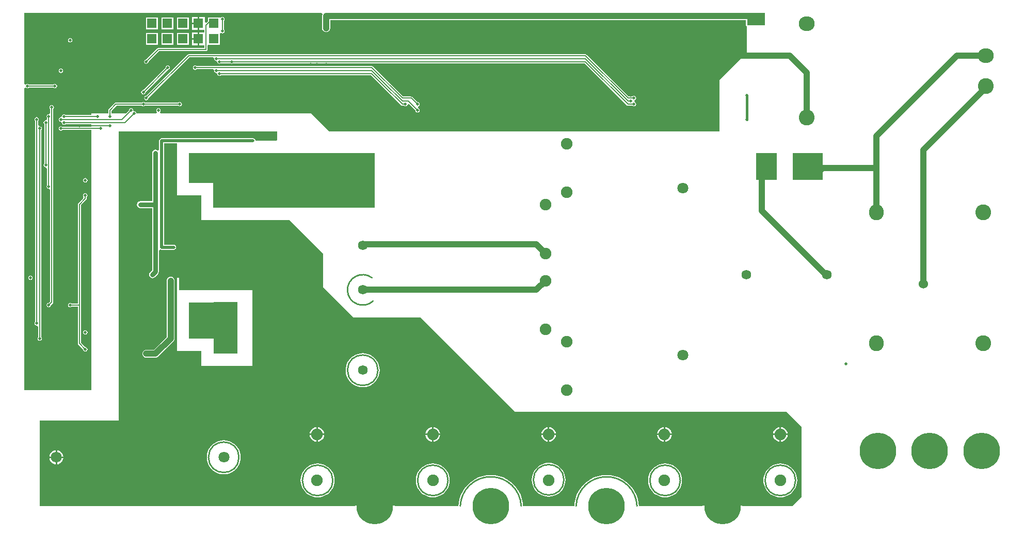
<source format=gbl>
G04*
G04 #@! TF.GenerationSoftware,Altium Limited,Altium Designer,18.1.7 (191)*
G04*
G04 Layer_Physical_Order=4*
G04 Layer_Color=16711680*
%FSLAX44Y44*%
%MOMM*%
G71*
G01*
G75*
%ADD11C,0.2000*%
%ADD13C,0.2540*%
%ADD80C,0.4000*%
%ADD81C,0.5000*%
%ADD82C,1.0000*%
%ADD83C,0.8000*%
%ADD108C,6.0000*%
%ADD109C,1.9000*%
%ADD110R,1.6000X1.6000*%
%ADD111C,1.5240*%
%ADD112C,1.8000*%
%ADD113C,1.5900*%
%ADD114O,2.6000X2.4000*%
%ADD115C,2.6000*%
%ADD116O,2.4000X2.6000*%
%ADD117C,0.5080*%
%ADD118R,8.0000X6.5000*%
%ADD119R,9.5000X16.0000*%
%ADD120R,11.4000X21.8000*%
%ADD121R,17.1000X11.5000*%
%ADD122R,3.5000X4.5000*%
%ADD123R,3.0000X2.0000*%
%ADD124R,5.0000X4.5000*%
%ADD125R,5.0000X9.0000*%
%ADD126R,8.0000X5.0000*%
%ADD127R,4.0000X8.5000*%
%ADD128R,8.0000X6.0000*%
G36*
X987961Y919525D02*
X988983Y917460D01*
X988667Y916697D01*
X988444Y915000D01*
Y895000D01*
X988667Y893303D01*
X989322Y891722D01*
X990364Y890364D01*
X991722Y889322D01*
X993303Y888667D01*
X995000Y888444D01*
X996697Y888667D01*
X998278Y889322D01*
X999636Y890364D01*
X1000678Y891722D01*
X1001333Y893303D01*
X1001556Y895000D01*
Y908444D01*
X1683376D01*
Y900000D01*
X1683852Y898852D01*
X1685000Y898376D01*
X1685000Y855000D01*
X1640000Y810000D01*
X1640000Y724999D01*
X1200000Y725000D01*
X999843Y725000D01*
X969842Y755000D01*
X723461Y755000D01*
X722722Y756991D01*
X722614Y757540D01*
X723335Y758619D01*
X723609Y760000D01*
X723335Y761381D01*
X722552Y762552D01*
X721381Y763335D01*
X720000Y763609D01*
X718619Y763335D01*
X717448Y762552D01*
X716665Y761381D01*
X716391Y760000D01*
X716665Y758619D01*
X717386Y757540D01*
X717278Y756991D01*
X716539Y755000D01*
X683609D01*
X683335Y756381D01*
X682552Y757552D01*
X681381Y758335D01*
X680000Y758609D01*
X678609Y760000D01*
X678335Y761381D01*
X677552Y762552D01*
X676381Y763335D01*
X675000Y763609D01*
X673619Y763335D01*
X672448Y762552D01*
X671665Y761381D01*
X671391Y760000D01*
X671391Y759996D01*
X666395Y755000D01*
X642549D01*
Y758944D01*
X651056Y767451D01*
X692446D01*
X692448Y767448D01*
X693619Y766665D01*
X695000Y766391D01*
X696381Y766665D01*
X697552Y767448D01*
X697554Y767451D01*
X752446D01*
X752448Y767448D01*
X753619Y766665D01*
X755000Y766391D01*
X756381Y766665D01*
X757552Y767448D01*
X758335Y768619D01*
X758609Y770000D01*
X758335Y771381D01*
X757552Y772552D01*
X756381Y773335D01*
X755000Y773609D01*
X753619Y773335D01*
X752448Y772552D01*
X752446Y772549D01*
X697554D01*
X697552Y772552D01*
X696381Y773335D01*
X695000Y773609D01*
X693619Y773335D01*
X692448Y772552D01*
X692446Y772549D01*
X650000D01*
X649025Y772355D01*
X648198Y771802D01*
X638198Y761802D01*
X637645Y760975D01*
X637451Y760000D01*
Y755000D01*
X610000D01*
Y752549D01*
X567554D01*
X567552Y752552D01*
X566381Y753335D01*
X565000Y753609D01*
X563619Y753335D01*
X562448Y752552D01*
X561665Y751381D01*
X561391Y750000D01*
X560000Y748609D01*
X558619Y748335D01*
X557448Y747552D01*
X556665Y746381D01*
X556391Y745000D01*
X556665Y743619D01*
X557448Y742448D01*
X558619Y741665D01*
X560000Y741391D01*
X561391Y740000D01*
X561665Y738619D01*
X562448Y737448D01*
X563619Y736665D01*
X565000Y736391D01*
X566381Y736665D01*
X567552Y737448D01*
X567554Y737451D01*
X610000D01*
Y732549D01*
X562554D01*
X562552Y732552D01*
X561381Y733335D01*
X560000Y733609D01*
X558619Y733335D01*
X557448Y732552D01*
X556665Y731381D01*
X556391Y730000D01*
X556665Y728619D01*
X557448Y727448D01*
X558619Y726665D01*
X560000Y726391D01*
X561381Y726665D01*
X562552Y727448D01*
X562554Y727451D01*
X610000D01*
X610000Y300000D01*
X500000Y300000D01*
X500000Y796540D01*
X501992Y797279D01*
X502540Y797386D01*
X503619Y796665D01*
X505000Y796391D01*
X506381Y796665D01*
X507552Y797448D01*
X507554Y797451D01*
X547446D01*
X547448Y797448D01*
X548619Y796665D01*
X550000Y796391D01*
X551381Y796665D01*
X552552Y797448D01*
X553335Y798619D01*
X553609Y800000D01*
X553335Y801381D01*
X552552Y802552D01*
X551381Y803335D01*
X550000Y803609D01*
X548619Y803335D01*
X547448Y802552D01*
X547446Y802549D01*
X507554D01*
X507552Y802552D01*
X506381Y803335D01*
X505000Y803609D01*
X503619Y803335D01*
X502540Y802614D01*
X501992Y802721D01*
X500000Y803460D01*
X500000Y920000D01*
X987442Y920000D01*
X987961Y919525D01*
D02*
G37*
G36*
X915000Y725000D02*
X915000Y711796D01*
X913204Y710000D01*
X879078D01*
X879078Y710000D01*
X878768Y711561D01*
X877884Y712884D01*
X876561Y713768D01*
X875000Y714078D01*
X725000D01*
X723439Y713768D01*
X722116Y712884D01*
X721232Y711561D01*
X720922Y710000D01*
Y695480D01*
X720397Y695074D01*
X718382Y694355D01*
X717146Y695181D01*
X715000Y695608D01*
X712854Y695181D01*
X711035Y693965D01*
X709819Y692146D01*
X709392Y690000D01*
Y685000D01*
Y610608D01*
X690000D01*
X687854Y610181D01*
X686035Y608965D01*
X684819Y607146D01*
X684392Y605000D01*
X684819Y602854D01*
X686035Y601035D01*
X687854Y599819D01*
X690000Y599392D01*
X709392D01*
Y497323D01*
X706035Y493965D01*
X704819Y492146D01*
X704392Y490000D01*
X704819Y487854D01*
X706035Y486035D01*
X707854Y484819D01*
X710000Y484392D01*
X712146Y484819D01*
X713965Y486035D01*
X718965Y491035D01*
X720181Y492854D01*
X720608Y495000D01*
Y530150D01*
X723148Y531427D01*
X723439Y531232D01*
X725000Y530922D01*
X745000D01*
X746561Y531232D01*
X747884Y532116D01*
X748768Y533439D01*
X749078Y535000D01*
X748768Y536561D01*
X747884Y537884D01*
X746561Y538768D01*
X745000Y539078D01*
X729078D01*
Y705922D01*
X750000D01*
Y620000D01*
X790000Y620000D01*
X790000Y485000D01*
X750000Y485000D01*
X750000Y365000D01*
X790000Y365000D01*
Y340000D01*
X875000Y340000D01*
Y580000D01*
X935000D01*
X990000Y525000D01*
Y470000D01*
X1040000Y420000D01*
X1150000D01*
X1230000Y340000D01*
X1230000D01*
X1305000Y265000D01*
X1750000Y265000D01*
X1775000Y240000D01*
X1775000Y125000D01*
X1760000Y110000D01*
X1677601D01*
X1677199Y115100D01*
X1676005Y120074D01*
X1674047Y124800D01*
X1671374Y129162D01*
X1668052Y133052D01*
X1664162Y136374D01*
X1659800Y139047D01*
X1655074Y141005D01*
X1650100Y142199D01*
X1646270Y142501D01*
Y110000D01*
X1643730D01*
Y142501D01*
X1639900Y142199D01*
X1634926Y141005D01*
X1630200Y139047D01*
X1625838Y136374D01*
X1621948Y133052D01*
X1618626Y129162D01*
X1615953Y124800D01*
X1613995Y120074D01*
X1612801Y115100D01*
X1612399Y110000D01*
X1507784D01*
X1507762Y110111D01*
X1507745Y110110D01*
X1507431Y114903D01*
X1506081Y121687D01*
X1503858Y128237D01*
X1500798Y134442D01*
X1496955Y140193D01*
X1492394Y145394D01*
X1487193Y149955D01*
X1481442Y153798D01*
X1475237Y156858D01*
X1468687Y159081D01*
X1461903Y160431D01*
X1455000Y160883D01*
X1448097Y160431D01*
X1441313Y159081D01*
X1434763Y156858D01*
X1428558Y153798D01*
X1422807Y149955D01*
X1417606Y145394D01*
X1413045Y140193D01*
X1409202Y134442D01*
X1406142Y128237D01*
X1403919Y121687D01*
X1402569Y114903D01*
X1402255Y110110D01*
X1402238Y110111D01*
X1402216Y110000D01*
X1317784D01*
X1317762Y110111D01*
X1317745Y110110D01*
X1317431Y114903D01*
X1316081Y121687D01*
X1313858Y128237D01*
X1310798Y134442D01*
X1306955Y140193D01*
X1302394Y145394D01*
X1297193Y149955D01*
X1291442Y153798D01*
X1285237Y156858D01*
X1278687Y159081D01*
X1271903Y160431D01*
X1265000Y160883D01*
X1258097Y160431D01*
X1251313Y159081D01*
X1244762Y156858D01*
X1238558Y153798D01*
X1232807Y149955D01*
X1227606Y145394D01*
X1223045Y140193D01*
X1219202Y134442D01*
X1216142Y128237D01*
X1213919Y121687D01*
X1212569Y114903D01*
X1212255Y110110D01*
X1212238Y110111D01*
X1212216Y110000D01*
X1107600D01*
X1107199Y115100D01*
X1106005Y120074D01*
X1104047Y124800D01*
X1101374Y129162D01*
X1098052Y133052D01*
X1094162Y136374D01*
X1089800Y139047D01*
X1085074Y141005D01*
X1080100Y142199D01*
X1076270Y142501D01*
Y110000D01*
X1073730D01*
Y142501D01*
X1069900Y142199D01*
X1064926Y141005D01*
X1060200Y139047D01*
X1055838Y136374D01*
X1051948Y133052D01*
X1048626Y129162D01*
X1045953Y124800D01*
X1043995Y120074D01*
X1042801Y115100D01*
X1042400Y110000D01*
X525000D01*
X525000Y250000D01*
X745000Y250000D01*
Y290000D01*
X655000Y290000D01*
X655000Y725000D01*
X915000Y725000D01*
D02*
G37*
G36*
X1075000Y690000D02*
X1075000Y600000D01*
X810000Y600000D01*
Y690000D01*
X1075000Y690000D01*
D02*
G37*
%LPC*%
G36*
X825000Y913609D02*
X823619Y913335D01*
X822641Y912681D01*
X820791Y912301D01*
X820125Y912200D01*
X819390Y912200D01*
X809207D01*
X808975Y912355D01*
X808000Y912549D01*
X807025Y912355D01*
X806793Y912200D01*
X801300D01*
Y906905D01*
X798440Y904045D01*
X795900Y905097D01*
Y913200D01*
X786670D01*
Y902700D01*
Y892200D01*
X795451D01*
Y887800D01*
X786670D01*
Y877300D01*
Y866800D01*
X795451D01*
Y862549D01*
X720000D01*
X719025Y862355D01*
X718198Y861802D01*
X700004Y843609D01*
X700000Y843609D01*
X698619Y843335D01*
X697448Y842552D01*
X696665Y841381D01*
X696391Y840000D01*
X696665Y838619D01*
X697448Y837448D01*
X698619Y836665D01*
X700000Y836391D01*
X701381Y836665D01*
X702552Y837448D01*
X703335Y838619D01*
X703609Y840000D01*
X703609Y840004D01*
X721056Y857451D01*
X798000D01*
X798975Y857645D01*
X799802Y858198D01*
X800355Y859025D01*
X800549Y860000D01*
Y865571D01*
X801300Y867800D01*
X803089Y867800D01*
X820300D01*
Y884459D01*
X820300Y885585D01*
X820402Y885969D01*
X822681Y887165D01*
X823088Y887020D01*
X823339Y886852D01*
X823619Y886665D01*
X825000Y886391D01*
X826381Y886665D01*
X827552Y887448D01*
X828335Y888619D01*
X828609Y890000D01*
X828335Y891381D01*
X827552Y892552D01*
X827549Y892554D01*
Y907446D01*
X827552Y907448D01*
X828335Y908619D01*
X828609Y910000D01*
X828335Y911381D01*
X827552Y912552D01*
X826381Y913335D01*
X825000Y913609D01*
D02*
G37*
G36*
X784130Y913200D02*
X774900D01*
Y903970D01*
X784130D01*
Y913200D01*
D02*
G37*
G36*
X769500Y912200D02*
X750500D01*
Y893200D01*
X769500D01*
Y912200D01*
D02*
G37*
G36*
X744100D02*
X725100D01*
Y893200D01*
X744100D01*
Y912200D01*
D02*
G37*
G36*
X718700D02*
X699700D01*
Y893200D01*
X718700D01*
Y912200D01*
D02*
G37*
G36*
X784130Y901430D02*
X774900D01*
Y892200D01*
X784130D01*
Y901430D01*
D02*
G37*
G36*
Y887800D02*
X774900D01*
Y878570D01*
X784130D01*
Y887800D01*
D02*
G37*
G36*
X575000Y878609D02*
X573619Y878335D01*
X572448Y877552D01*
X571665Y876381D01*
X571391Y875000D01*
X571665Y873619D01*
X572448Y872448D01*
X573619Y871665D01*
X575000Y871391D01*
X576381Y871665D01*
X577552Y872448D01*
X578335Y873619D01*
X578609Y875000D01*
X578335Y876381D01*
X577552Y877552D01*
X576381Y878335D01*
X575000Y878609D01*
D02*
G37*
G36*
X769500Y886800D02*
X750500D01*
Y867800D01*
X769500D01*
Y886800D01*
D02*
G37*
G36*
X744100D02*
X725100D01*
Y867800D01*
X744100D01*
Y886800D01*
D02*
G37*
G36*
X718700D02*
X699700D01*
Y867800D01*
X718700D01*
Y886800D01*
D02*
G37*
G36*
X784130Y876030D02*
X774900D01*
Y866800D01*
X784130D01*
Y876030D01*
D02*
G37*
G36*
X735000Y833609D02*
X733619Y833335D01*
X732448Y832552D01*
X731665Y831381D01*
X731391Y830000D01*
X731391Y829996D01*
X695004Y793609D01*
X695000Y793609D01*
X693619Y793335D01*
X692448Y792552D01*
X691665Y791381D01*
X691391Y790000D01*
X691665Y788619D01*
X692448Y787448D01*
X693619Y786665D01*
X695000Y786391D01*
X696381Y786665D01*
X697552Y787448D01*
X698335Y788619D01*
X698609Y790000D01*
X698609Y790004D01*
X734996Y826391D01*
X735000Y826391D01*
X736381Y826665D01*
X737552Y827448D01*
X738335Y828619D01*
X738609Y830000D01*
X738335Y831381D01*
X737552Y832552D01*
X736381Y833335D01*
X735000Y833609D01*
D02*
G37*
G36*
X560000Y828609D02*
X558619Y828335D01*
X557448Y827552D01*
X556665Y826381D01*
X556391Y825000D01*
X556665Y823619D01*
X557448Y822448D01*
X558619Y821665D01*
X560000Y821391D01*
X561381Y821665D01*
X562552Y822448D01*
X563335Y823619D01*
X563609Y825000D01*
X563335Y826381D01*
X562552Y827552D01*
X561381Y828335D01*
X560000Y828609D01*
D02*
G37*
G36*
X1420000Y852549D02*
X770000D01*
X769025Y852355D01*
X768198Y851802D01*
X700004Y783609D01*
X700000Y783609D01*
X698619Y783335D01*
X697448Y782552D01*
X696665Y781381D01*
X696391Y780000D01*
X696665Y778619D01*
X697448Y777448D01*
X698619Y776665D01*
X700000Y776391D01*
X701381Y776665D01*
X702552Y777448D01*
X703335Y778619D01*
X703609Y780000D01*
X703609Y780004D01*
X771056Y847451D01*
X809558D01*
X811391Y845000D01*
X811665Y843619D01*
X812448Y842448D01*
X813619Y841665D01*
X815000Y841391D01*
X816391Y840000D01*
X816665Y838619D01*
X817448Y837448D01*
X818619Y836665D01*
X820000Y836391D01*
X821381Y836665D01*
X822552Y837448D01*
X822554Y837451D01*
X837446D01*
X837448Y837448D01*
X838619Y836665D01*
X840000Y836391D01*
X841381Y836665D01*
X842552Y837448D01*
X842554Y837451D01*
X1418944D01*
X1488198Y768198D01*
X1488198Y768198D01*
X1489025Y767645D01*
X1490000Y767451D01*
X1497446D01*
X1497448Y767448D01*
X1498619Y766665D01*
X1500000Y766391D01*
X1501381Y766665D01*
X1502552Y767448D01*
X1503335Y768619D01*
X1503609Y770000D01*
X1503335Y771381D01*
X1502552Y772552D01*
X1501381Y773335D01*
X1500670Y775000D01*
X1501381Y776665D01*
X1502552Y777448D01*
X1503335Y778619D01*
X1503609Y780000D01*
X1503335Y781381D01*
X1502552Y782552D01*
X1501381Y783335D01*
X1500000Y783609D01*
X1498619Y783335D01*
X1497448Y782552D01*
X1497446Y782549D01*
X1491056D01*
X1421802Y851802D01*
X1420975Y852355D01*
X1420000Y852549D01*
D02*
G37*
G36*
X780000Y833609D02*
X778619Y833335D01*
X777448Y832552D01*
X776665Y831381D01*
X776391Y830000D01*
X776665Y828619D01*
X777448Y827448D01*
X778619Y826665D01*
X780000Y826391D01*
X781381Y826665D01*
X782552Y827448D01*
X782554Y827451D01*
X809558D01*
X811391Y825000D01*
X811665Y823619D01*
X812448Y822448D01*
X813619Y821665D01*
X815000Y821391D01*
X816391Y820000D01*
X816665Y818619D01*
X817448Y817448D01*
X818619Y816665D01*
X820000Y816391D01*
X821381Y816665D01*
X822552Y817448D01*
X822554Y817451D01*
X1068944Y817451D01*
X1088198Y798198D01*
X1088198Y798197D01*
X1118198Y768198D01*
X1119025Y767645D01*
X1120000Y767451D01*
X1122446D01*
X1122448Y767448D01*
X1123619Y766665D01*
X1125000Y766391D01*
X1126381Y766665D01*
X1127552Y767448D01*
X1128335Y768619D01*
X1128476Y769327D01*
X1130370Y770235D01*
X1131067Y770328D01*
X1141391Y760004D01*
X1141391Y760000D01*
X1141665Y758619D01*
X1142448Y757448D01*
X1143619Y756665D01*
X1145000Y756391D01*
X1146381Y756665D01*
X1147552Y757448D01*
X1148335Y758619D01*
X1148609Y760000D01*
X1148335Y761381D01*
X1147552Y762552D01*
X1146381Y763335D01*
X1146148Y764037D01*
X1146381Y766665D01*
X1147552Y767448D01*
X1148335Y768619D01*
X1148609Y770000D01*
X1148335Y771381D01*
X1147552Y772552D01*
X1146381Y773335D01*
X1145000Y773609D01*
X1144996Y773609D01*
X1136802Y781802D01*
X1135975Y782355D01*
X1135000Y782549D01*
X1121056D01*
X1071802Y831802D01*
X1070975Y832355D01*
X1070000Y832549D01*
X782554D01*
X782552Y832552D01*
X781381Y833335D01*
X780000Y833609D01*
D02*
G37*
G36*
X600000Y648859D02*
X598619Y648585D01*
X597448Y647802D01*
X596665Y646631D01*
X596391Y645250D01*
X596665Y643869D01*
X597448Y642698D01*
X598619Y641915D01*
X600000Y641641D01*
X601381Y641915D01*
X602552Y642698D01*
X603335Y643869D01*
X603609Y645250D01*
X603335Y646631D01*
X602552Y647802D01*
X601381Y648585D01*
X600000Y648859D01*
D02*
G37*
G36*
X510000Y488609D02*
X508619Y488335D01*
X507448Y487552D01*
X506665Y486381D01*
X506391Y485000D01*
X506665Y483619D01*
X507448Y482448D01*
X508619Y481665D01*
X510000Y481391D01*
X511381Y481665D01*
X512552Y482448D01*
X513335Y483619D01*
X513609Y485000D01*
X513335Y486381D01*
X512552Y487552D01*
X511381Y488335D01*
X510000Y488609D01*
D02*
G37*
G36*
X545000Y768609D02*
X543619Y768335D01*
X542448Y767552D01*
X541665Y766381D01*
X541391Y765000D01*
X541665Y763619D01*
X542448Y762448D01*
X542451Y762446D01*
Y755442D01*
X540000Y753609D01*
X538619Y753335D01*
X537448Y752552D01*
X536665Y751381D01*
X536391Y750000D01*
X536665Y748619D01*
X537448Y747448D01*
X537040Y745135D01*
X535000Y743609D01*
X533619Y743335D01*
X532448Y742552D01*
X531665Y741381D01*
X531391Y740000D01*
X531665Y738619D01*
X532448Y737448D01*
X532451Y737446D01*
Y672554D01*
X532448Y672552D01*
X531665Y671381D01*
X531391Y670000D01*
X531665Y668619D01*
X532448Y667448D01*
X533619Y666665D01*
X535000Y666391D01*
X537451Y664558D01*
Y637554D01*
X537448Y637552D01*
X536665Y636381D01*
X536391Y635000D01*
X536665Y633619D01*
X537448Y632448D01*
X538619Y631665D01*
X540000Y631391D01*
X542451Y629558D01*
Y446056D01*
X540004Y443609D01*
X540000Y443609D01*
X538619Y443335D01*
X537448Y442552D01*
X536665Y441381D01*
X536391Y440000D01*
X536665Y438619D01*
X537448Y437448D01*
X538619Y436665D01*
X540000Y436391D01*
X541381Y436665D01*
X542552Y437448D01*
X543335Y438619D01*
X543609Y440000D01*
X543609Y440004D01*
X546802Y443198D01*
X547355Y444025D01*
X547549Y445000D01*
X547549Y445001D01*
Y762446D01*
X547552Y762448D01*
X548335Y763619D01*
X548609Y765000D01*
X548335Y766381D01*
X547552Y767552D01*
X546381Y768335D01*
X545000Y768609D01*
D02*
G37*
G36*
X600000Y623609D02*
X598619Y623335D01*
X597448Y622552D01*
X596665Y621381D01*
X596391Y620000D01*
X596665Y618619D01*
X597448Y617448D01*
X596615Y615219D01*
X588198Y606802D01*
X587645Y605975D01*
X587451Y605000D01*
Y442549D01*
X577554D01*
X577552Y442552D01*
X576381Y443335D01*
X575000Y443609D01*
X573619Y443335D01*
X572448Y442552D01*
X571665Y441381D01*
X571391Y440000D01*
X571665Y438619D01*
X572448Y437448D01*
X573619Y436665D01*
X575000Y436391D01*
X576381Y436665D01*
X577552Y437448D01*
X577554Y437451D01*
X587451D01*
Y377500D01*
X587645Y376525D01*
X588198Y375698D01*
X596391Y367504D01*
X596391Y367500D01*
X596665Y366119D01*
X597448Y364948D01*
X598619Y364165D01*
X600000Y363891D01*
X601381Y364165D01*
X602552Y364948D01*
X603335Y366119D01*
X603609Y367500D01*
X603335Y368881D01*
X602552Y370052D01*
X601381Y370835D01*
X600000Y371109D01*
X599996Y371109D01*
X592549Y378556D01*
Y440000D01*
Y603944D01*
X601802Y613198D01*
X602355Y614025D01*
X602549Y615000D01*
Y617446D01*
X602552Y617448D01*
X603335Y618619D01*
X603609Y620000D01*
X603335Y621381D01*
X602552Y622552D01*
X601381Y623335D01*
X600000Y623609D01*
D02*
G37*
G36*
Y398859D02*
X598619Y398585D01*
X597448Y397802D01*
X596665Y396631D01*
X596391Y395250D01*
X596665Y393869D01*
X597448Y392698D01*
X598619Y391915D01*
X600000Y391641D01*
X601381Y391915D01*
X602552Y392698D01*
X603335Y393869D01*
X603609Y395250D01*
X603335Y396631D01*
X602552Y397802D01*
X601381Y398585D01*
X600000Y398859D01*
D02*
G37*
G36*
X520000Y748609D02*
X518619Y748335D01*
X517448Y747552D01*
X516665Y746381D01*
X516391Y745000D01*
X516665Y743619D01*
X517448Y742448D01*
X517451Y742446D01*
X517451Y412554D01*
X517448Y412552D01*
X516665Y411381D01*
X516391Y410000D01*
X516665Y408619D01*
X517448Y407448D01*
X518619Y406665D01*
X520000Y406391D01*
X522451Y404558D01*
X522451Y387554D01*
X522448Y387552D01*
X521665Y386381D01*
X521391Y385000D01*
X521665Y383619D01*
X522448Y382448D01*
X523619Y381665D01*
X525000Y381391D01*
X526381Y381665D01*
X527552Y382448D01*
X528335Y383619D01*
X528609Y385000D01*
X528335Y386381D01*
X527552Y387552D01*
X527549Y387554D01*
X527549Y727446D01*
X527552Y727448D01*
X528335Y728619D01*
X528609Y730000D01*
X528335Y731381D01*
X527552Y732552D01*
X526381Y733335D01*
X525000Y733609D01*
X522549Y735442D01*
Y742446D01*
X522552Y742448D01*
X523335Y743619D01*
X523609Y745000D01*
X523335Y746381D01*
X522552Y747552D01*
X521381Y748335D01*
X520000Y748609D01*
D02*
G37*
G36*
X740000Y486556D02*
X738303Y486333D01*
X736722Y485678D01*
X735364Y484636D01*
X734322Y483278D01*
X733667Y481697D01*
X733444Y480000D01*
Y470000D01*
Y387716D01*
X712284Y366556D01*
X700000D01*
X698303Y366333D01*
X696722Y365678D01*
X695364Y364636D01*
X694322Y363278D01*
X693667Y361697D01*
X693444Y360000D01*
X693667Y358303D01*
X694322Y356722D01*
X695364Y355364D01*
X696722Y354322D01*
X698303Y353667D01*
X700000Y353444D01*
X715000D01*
X716697Y353667D01*
X718278Y354322D01*
X719636Y355364D01*
X744636Y380364D01*
X745678Y381722D01*
X746333Y383303D01*
X746556Y385000D01*
Y470000D01*
Y480000D01*
X746333Y481697D01*
X745678Y483278D01*
X744636Y484636D01*
X743278Y485678D01*
X741697Y486333D01*
X740000Y486556D01*
D02*
G37*
G36*
X1055000Y360856D02*
X1050642Y360513D01*
X1046392Y359492D01*
X1042354Y357820D01*
X1038627Y355536D01*
X1035303Y352697D01*
X1032464Y349373D01*
X1030180Y345646D01*
X1028508Y341608D01*
X1027882Y339003D01*
X1027487Y337358D01*
X1027144Y333000D01*
X1027487Y328642D01*
X1028508Y324392D01*
X1030180Y320354D01*
X1032464Y316627D01*
X1035303Y313303D01*
X1038627Y310464D01*
X1042354Y308180D01*
X1046392Y306507D01*
X1050642Y305487D01*
X1055000Y305144D01*
X1059358Y305487D01*
X1063608Y306507D01*
X1067646Y308180D01*
X1071373Y310464D01*
X1074697Y313303D01*
X1077536Y316627D01*
X1079820Y320354D01*
X1081492Y324392D01*
X1082513Y328642D01*
X1082856Y333000D01*
X1082513Y337358D01*
X1081492Y341608D01*
X1079820Y345646D01*
X1077536Y349373D01*
X1074697Y352697D01*
X1071373Y355536D01*
X1067646Y357820D01*
X1063608Y359492D01*
X1059358Y360513D01*
X1055000Y360856D01*
D02*
G37*
G36*
X981270Y239436D02*
Y228770D01*
X991936D01*
X991691Y230633D01*
X990482Y233552D01*
X988559Y236059D01*
X986052Y237982D01*
X983133Y239191D01*
X981270Y239436D01*
D02*
G37*
G36*
X978730D02*
X976867Y239191D01*
X973948Y237982D01*
X971441Y236059D01*
X969518Y233552D01*
X968309Y230633D01*
X968064Y228770D01*
X978730D01*
Y239436D01*
D02*
G37*
G36*
X1171270Y239436D02*
Y228770D01*
X1181936D01*
X1181691Y230633D01*
X1180482Y233552D01*
X1178559Y236058D01*
X1176052Y237982D01*
X1173133Y239191D01*
X1171270Y239436D01*
D02*
G37*
G36*
X1741270D02*
Y228770D01*
X1751936D01*
X1751691Y230633D01*
X1750482Y233552D01*
X1748559Y236059D01*
X1746052Y237982D01*
X1743133Y239191D01*
X1741270Y239436D01*
D02*
G37*
G36*
X1168730Y239436D02*
X1166867Y239191D01*
X1163948Y237982D01*
X1161442Y236058D01*
X1159518Y233552D01*
X1158309Y230633D01*
X1158064Y228770D01*
X1168730D01*
Y239436D01*
D02*
G37*
G36*
X1738730Y239436D02*
X1736867Y239191D01*
X1733948Y237982D01*
X1731441Y236059D01*
X1729518Y233552D01*
X1728309Y230633D01*
X1728064Y228770D01*
X1738730D01*
Y239436D01*
D02*
G37*
G36*
X1361270Y239436D02*
Y228770D01*
X1371936D01*
X1371691Y230633D01*
X1370482Y233552D01*
X1368559Y236059D01*
X1366052Y237982D01*
X1363133Y239191D01*
X1361270Y239436D01*
D02*
G37*
G36*
X1358730D02*
X1356867Y239191D01*
X1353948Y237982D01*
X1351441Y236059D01*
X1349518Y233552D01*
X1348309Y230633D01*
X1348064Y228770D01*
X1358730D01*
Y239436D01*
D02*
G37*
G36*
X1551270Y239436D02*
Y228770D01*
X1561936D01*
X1561691Y230633D01*
X1560482Y233552D01*
X1558559Y236059D01*
X1556052Y237982D01*
X1553133Y239191D01*
X1551270Y239436D01*
D02*
G37*
G36*
X1548730Y239436D02*
X1546867Y239191D01*
X1543948Y237982D01*
X1541441Y236059D01*
X1539518Y233552D01*
X1538309Y230633D01*
X1538064Y228770D01*
X1548730D01*
Y239436D01*
D02*
G37*
G36*
X1371936Y226230D02*
X1361270D01*
Y215564D01*
X1363133Y215809D01*
X1366052Y217018D01*
X1368559Y218941D01*
X1370482Y221448D01*
X1371691Y224367D01*
X1371936Y226230D01*
D02*
G37*
G36*
X978730Y226230D02*
X968064D01*
X968309Y224367D01*
X969518Y221448D01*
X971441Y218941D01*
X973948Y217018D01*
X976867Y215809D01*
X978730Y215564D01*
Y226230D01*
D02*
G37*
G36*
X991936D02*
X981270D01*
Y215564D01*
X983133Y215809D01*
X986052Y217018D01*
X988559Y218941D01*
X990482Y221448D01*
X991691Y224367D01*
X991936Y226230D01*
D02*
G37*
G36*
X1358730Y226230D02*
X1348064D01*
X1348309Y224367D01*
X1349518Y221448D01*
X1351441Y218941D01*
X1353948Y217018D01*
X1356867Y215809D01*
X1358730Y215564D01*
Y226230D01*
D02*
G37*
G36*
X1561936Y226230D02*
X1551270D01*
Y215564D01*
X1553133Y215809D01*
X1556052Y217018D01*
X1558559Y218941D01*
X1560482Y221448D01*
X1561691Y224367D01*
X1561936Y226230D01*
D02*
G37*
G36*
X1738730Y226230D02*
X1728064D01*
X1728309Y224367D01*
X1729518Y221448D01*
X1731441Y218941D01*
X1733948Y217018D01*
X1736867Y215809D01*
X1738730Y215564D01*
Y226230D01*
D02*
G37*
G36*
X1751936D02*
X1741270D01*
Y215564D01*
X1743133Y215809D01*
X1746052Y217018D01*
X1748559Y218941D01*
X1750482Y221448D01*
X1751691Y224367D01*
X1751936Y226230D01*
D02*
G37*
G36*
X1548730Y226230D02*
X1538064D01*
X1538309Y224367D01*
X1539518Y221448D01*
X1541441Y218941D01*
X1543948Y217018D01*
X1546867Y215809D01*
X1548730Y215564D01*
Y226230D01*
D02*
G37*
G36*
X1168730Y226230D02*
X1158064D01*
X1158309Y224367D01*
X1159518Y221448D01*
X1161442Y218941D01*
X1163948Y217018D01*
X1166867Y215809D01*
X1168730Y215564D01*
Y226230D01*
D02*
G37*
G36*
X1181936D02*
X1171270D01*
Y215564D01*
X1173133Y215809D01*
X1176052Y217018D01*
X1178559Y218941D01*
X1180482Y221448D01*
X1181691Y224367D01*
X1181936Y226230D01*
D02*
G37*
G36*
X553770Y201432D02*
Y191270D01*
X563932D01*
X563704Y193002D01*
X562545Y195800D01*
X560702Y198202D01*
X558300Y200045D01*
X555502Y201204D01*
X553770Y201432D01*
D02*
G37*
G36*
X551230D02*
X549498Y201204D01*
X546700Y200045D01*
X544298Y198202D01*
X542455Y195800D01*
X541296Y193002D01*
X541068Y191270D01*
X551230D01*
Y201432D01*
D02*
G37*
G36*
X563932Y188730D02*
X553770D01*
Y178568D01*
X555502Y178796D01*
X558300Y179955D01*
X560702Y181798D01*
X562545Y184200D01*
X563704Y186998D01*
X563932Y188730D01*
D02*
G37*
G36*
X551230D02*
X541068D01*
X541296Y186998D01*
X542455Y184200D01*
X544298Y181798D01*
X546700Y179955D01*
X549498Y178796D01*
X551230Y178568D01*
Y188730D01*
D02*
G37*
G36*
X827000Y217856D02*
X822642Y217513D01*
X818392Y216493D01*
X814354Y214820D01*
X810627Y212536D01*
X807303Y209697D01*
X804464Y206373D01*
X802180Y202646D01*
X800508Y198608D01*
X799487Y194358D01*
X799144Y190000D01*
X799487Y185642D01*
X800508Y181392D01*
X802180Y177354D01*
X804464Y173627D01*
X807303Y170303D01*
X810627Y167464D01*
X814354Y165180D01*
X818392Y163507D01*
X822642Y162487D01*
X827000Y162144D01*
X831358Y162487D01*
X835608Y163507D01*
X839646Y165180D01*
X843373Y167464D01*
X846697Y170303D01*
X849536Y173627D01*
X851820Y177354D01*
X853493Y181392D01*
X854513Y185642D01*
X854856Y190000D01*
X854513Y194358D01*
X853493Y198608D01*
X851820Y202646D01*
X849536Y206373D01*
X846697Y209697D01*
X843373Y212536D01*
X839646Y214820D01*
X835608Y216493D01*
X831358Y217513D01*
X827000Y217856D01*
D02*
G37*
G36*
X1360000Y180856D02*
X1355642Y180513D01*
X1351392Y179492D01*
X1347354Y177820D01*
X1343627Y175536D01*
X1340303Y172697D01*
X1337464Y169373D01*
X1335180Y165646D01*
X1333508Y161608D01*
X1332487Y157358D01*
X1332144Y153000D01*
X1332487Y148642D01*
X1333508Y144392D01*
X1335180Y140354D01*
X1337464Y136627D01*
X1340303Y133303D01*
X1343627Y130464D01*
X1347354Y128180D01*
X1351392Y126508D01*
X1355642Y125487D01*
X1360000Y125144D01*
X1364358Y125487D01*
X1368608Y126508D01*
X1372646Y128180D01*
X1376373Y130464D01*
X1379697Y133303D01*
X1382536Y136627D01*
X1384820Y140354D01*
X1386492Y144392D01*
X1387513Y148642D01*
X1387856Y153000D01*
X1387513Y157358D01*
X1386492Y161608D01*
X1384820Y165646D01*
X1382536Y169373D01*
X1379697Y172697D01*
X1376373Y175536D01*
X1372646Y177820D01*
X1368608Y179492D01*
X1364358Y180513D01*
X1360000Y180856D01*
D02*
G37*
G36*
X1740000Y179856D02*
X1735642Y179513D01*
X1731392Y178493D01*
X1727354Y176820D01*
X1723627Y174536D01*
X1720303Y171697D01*
X1717464Y168373D01*
X1715180Y164646D01*
X1713508Y160608D01*
X1712487Y156358D01*
X1712144Y152000D01*
X1712487Y147642D01*
X1713508Y143392D01*
X1715180Y139354D01*
X1717464Y135627D01*
X1720303Y132303D01*
X1723627Y129464D01*
X1727354Y127180D01*
X1731392Y125507D01*
X1735642Y124487D01*
X1740000Y124144D01*
X1744358Y124487D01*
X1748608Y125507D01*
X1752646Y127180D01*
X1756373Y129464D01*
X1759697Y132303D01*
X1762536Y135627D01*
X1764820Y139354D01*
X1766492Y143392D01*
X1767513Y147642D01*
X1767856Y152000D01*
X1767513Y156358D01*
X1766492Y160608D01*
X1764820Y164646D01*
X1762536Y168373D01*
X1759697Y171697D01*
X1756373Y174536D01*
X1752646Y176820D01*
X1748608Y178493D01*
X1744358Y179513D01*
X1740000Y179856D01*
D02*
G37*
G36*
X1551000D02*
X1546642Y179513D01*
X1542392Y178493D01*
X1538354Y176820D01*
X1534627Y174536D01*
X1531303Y171697D01*
X1528464Y168373D01*
X1526180Y164646D01*
X1524507Y160608D01*
X1523487Y156358D01*
X1523144Y152000D01*
X1523487Y147642D01*
X1524507Y143392D01*
X1526180Y139354D01*
X1528464Y135627D01*
X1531303Y132303D01*
X1534627Y129464D01*
X1538354Y127180D01*
X1542392Y125507D01*
X1546642Y124487D01*
X1551000Y124144D01*
X1555358Y124487D01*
X1559608Y125507D01*
X1563646Y127180D01*
X1567373Y129464D01*
X1570697Y132303D01*
X1573536Y135627D01*
X1575820Y139354D01*
X1577493Y143392D01*
X1578513Y147642D01*
X1578856Y152000D01*
X1578513Y156358D01*
X1577493Y160608D01*
X1575820Y164646D01*
X1573536Y168373D01*
X1570697Y171697D01*
X1567373Y174536D01*
X1563646Y176820D01*
X1559608Y178493D01*
X1555358Y179513D01*
X1551000Y179856D01*
D02*
G37*
G36*
X1170000D02*
X1165642Y179513D01*
X1161392Y178493D01*
X1157354Y176820D01*
X1153627Y174536D01*
X1150303Y171697D01*
X1147464Y168373D01*
X1145180Y164646D01*
X1143508Y160608D01*
X1142487Y156358D01*
X1142144Y152000D01*
X1142487Y147642D01*
X1143508Y143392D01*
X1145180Y139354D01*
X1147464Y135627D01*
X1150303Y132303D01*
X1153627Y129464D01*
X1157354Y127180D01*
X1161392Y125507D01*
X1165642Y124487D01*
X1170000Y124144D01*
X1174358Y124487D01*
X1178608Y125507D01*
X1182646Y127180D01*
X1186373Y129464D01*
X1189697Y132303D01*
X1192536Y135627D01*
X1194820Y139354D01*
X1196492Y143392D01*
X1197513Y147642D01*
X1197856Y152000D01*
X1197513Y156358D01*
X1196492Y160608D01*
X1194820Y164646D01*
X1192536Y168373D01*
X1189697Y171697D01*
X1186373Y174536D01*
X1182646Y176820D01*
X1178608Y178493D01*
X1174358Y179513D01*
X1170000Y179856D01*
D02*
G37*
G36*
X981000D02*
X976642Y179513D01*
X972392Y178493D01*
X968354Y176820D01*
X964627Y174536D01*
X961303Y171697D01*
X958464Y168373D01*
X956180Y164646D01*
X954508Y160608D01*
X953487Y156358D01*
X953144Y152000D01*
X953487Y147642D01*
X954508Y143392D01*
X956180Y139354D01*
X958464Y135627D01*
X961303Y132303D01*
X964627Y129464D01*
X968354Y127180D01*
X972392Y125507D01*
X976642Y124487D01*
X981000Y124144D01*
X985358Y124487D01*
X989608Y125507D01*
X993646Y127180D01*
X997373Y129464D01*
X1000697Y132303D01*
X1003536Y135627D01*
X1005820Y139354D01*
X1007493Y143392D01*
X1008513Y147642D01*
X1008856Y152000D01*
X1008513Y156358D01*
X1007493Y160608D01*
X1005820Y164646D01*
X1003536Y168373D01*
X1000697Y171697D01*
X997373Y174536D01*
X993646Y176820D01*
X989608Y178493D01*
X985358Y179513D01*
X981000Y179856D01*
D02*
G37*
%LPD*%
D11*
X970000Y835000D02*
X995000D01*
X970000Y815000D02*
X1070000D01*
X560000Y730000D02*
X625000D01*
X590000Y735000D02*
X640000D01*
X798000Y900000D02*
X808000Y910000D01*
X840000Y840000D02*
X1420000D01*
X820000D02*
X840000D01*
X780000Y830000D02*
X1070000D01*
X970000Y815000D02*
Y815000D01*
X885000Y815000D02*
X970000D01*
X1420000Y840000D02*
X1490000Y770000D01*
X540000Y440000D02*
X545000Y445000D01*
X545000Y445000D02*
X545000Y445000D01*
X545000Y445000D02*
Y765000D01*
X590000Y440000D02*
Y605000D01*
Y377500D02*
Y440000D01*
X575000D02*
X590000D01*
X825000Y890000D02*
Y910000D01*
X720000Y860000D02*
X798000D01*
X700000Y840000D02*
X720000Y860000D01*
X770000Y850000D02*
X1420000D01*
X700000Y780000D02*
X770000Y850000D01*
X700000Y780000D02*
Y780000D01*
X695000Y790000D02*
X735000Y830000D01*
X665000Y740000D02*
X680000Y755000D01*
X565000Y740000D02*
X665000D01*
X660000Y745000D02*
X675000Y760000D01*
X560000Y745000D02*
X660000D01*
X650000Y770000D02*
X695000D01*
X640000Y760000D02*
X650000Y770000D01*
X640000Y750000D02*
Y760000D01*
X995000Y835000D02*
X995000Y835000D01*
X1070000D01*
X805000Y835000D02*
X970000Y835000D01*
X798000Y860000D02*
Y900000D01*
X1120000Y855000D02*
X1420000Y855000D01*
X995000Y855000D02*
X1120000Y855000D01*
X505000Y800000D02*
X550000D01*
X540000Y635000D02*
Y750000D01*
X565000D02*
X620000D01*
X695000Y770000D02*
X755000D01*
X530000Y645000D02*
Y795000D01*
X820000Y820000D02*
X1070000Y820000D01*
X815000Y845000D02*
X1420000D01*
X815000Y825000D02*
X1070000D01*
X1070000Y830000D02*
X1120000Y780000D01*
X1070000Y825000D02*
X1090000Y805000D01*
X1070000Y820000D02*
X1090000Y800000D01*
X1420000Y845000D02*
Y845000D01*
Y845000D02*
X1490000Y775000D01*
X1420000Y855000D02*
X1490000Y785000D01*
X1420000Y850000D02*
X1490000Y780000D01*
X1490000Y770000D02*
X1500000D01*
X1490000D02*
X1490000D01*
X1070000Y835000D02*
X1120000Y785000D01*
X1090000Y805000D02*
X1120000Y775000D01*
X1090000Y800000D02*
X1120000Y770000D01*
X1090000Y805000D02*
X1090000Y805000D01*
X1490000Y780000D02*
X1500000D01*
X1495000Y785000D02*
X1495000Y785000D01*
X1490000Y785000D02*
X1495000D01*
X1120000Y770000D02*
X1125000D01*
X1130000Y775000D02*
X1145000Y760000D01*
X1120000Y775000D02*
X1130000D01*
X1135000Y780000D02*
X1145000Y770000D01*
X1120000Y780000D02*
X1135000D01*
X1135000Y785000D02*
X1135000Y785000D01*
X1120000Y785000D02*
X1135000D01*
X1495000Y775000D02*
X1495000Y775000D01*
X1490000Y775000D02*
X1495000D01*
X535000Y670000D02*
X535000Y670000D01*
Y740000D01*
X525000Y730000D02*
X525000Y385000D01*
X520000Y745000D02*
X520000Y410000D01*
X600000Y615000D02*
Y620000D01*
X590000Y605000D02*
X600000Y615000D01*
X590000Y377500D02*
X600000Y367500D01*
D13*
X1504960Y109998D02*
G03*
X1405040Y109998I-49960J-1998D01*
G01*
X1314960D02*
G03*
X1215040Y109998I-49960J-1998D01*
G01*
X1765000Y152000D02*
G03*
X1765000Y152000I-25000J0D01*
G01*
X1576000D02*
G03*
X1576000Y152000I-25000J0D01*
G01*
X1385000Y153000D02*
G03*
X1385000Y153000I-25000J0D01*
G01*
X1195000Y152000D02*
G03*
X1195000Y152000I-25000J0D01*
G01*
X1006000D02*
G03*
X1006000Y152000I-25000J0D01*
G01*
X852000Y190000D02*
G03*
X852000Y190000I-25000J0D01*
G01*
X1070127Y484904D02*
G03*
X1072134Y446795I-15127J-19904D01*
G01*
X1080000Y333000D02*
G03*
X1080000Y333000I-25000J0D01*
G01*
D80*
X1685000Y745000D02*
Y785000D01*
D81*
X725000Y710000D02*
X875000D01*
X725000Y535000D02*
Y710000D01*
X860000Y720000D02*
X910000D01*
X750000D02*
X860000D01*
X725000Y535000D02*
X745000D01*
D82*
X2030000Y850000D02*
X2080000D01*
X1897500Y665000D02*
Y717500D01*
Y592500D02*
Y665000D01*
X1800000Y655000D02*
X1810000Y665000D01*
X1897500D01*
X1975000Y475000D02*
Y695000D01*
X2077000Y797000D01*
X1897500Y717500D02*
X2030000Y850000D01*
X1790000Y655000D02*
X1800000D01*
X1710000Y665000D02*
Y680000D01*
Y595000D02*
Y665000D01*
X1790000Y655000D02*
Y660000D01*
X1695000Y915000D02*
X1710000D01*
X995000D02*
X1695000D01*
X1055000Y540000D02*
X1340000D01*
X1610000Y850000D02*
X1755000D01*
X1783000Y822000D01*
Y748000D02*
Y822000D01*
X1705000Y905000D02*
Y911000D01*
X995000Y895000D02*
Y915000D01*
X1710000Y595000D02*
X1815000Y490000D01*
X1340000Y540000D02*
X1355000Y525000D01*
X1340000Y465000D02*
X1355000Y480000D01*
X1055000Y465000D02*
X1340000D01*
X1705000Y911000D02*
X1706000Y910000D01*
X740000Y385000D02*
Y470000D01*
X715000Y360000D02*
X740000Y385000D01*
X700000Y360000D02*
X715000D01*
X740000Y470000D02*
Y480000D01*
D83*
X715000Y685000D02*
Y690000D01*
Y685000D02*
X715000Y685000D01*
X690000Y605000D02*
X715000D01*
X710000Y490000D02*
X715000Y495000D01*
Y685000D02*
X715000Y685000D01*
X715000Y495000D02*
Y605000D01*
Y685000D01*
D108*
X1265000Y110000D02*
D03*
X1075000D02*
D03*
X1455000D02*
D03*
X1645000D02*
D03*
X2070000Y200000D02*
D03*
X1985000D02*
D03*
X1900000D02*
D03*
D109*
X1360000Y152500D02*
D03*
Y227500D02*
D03*
X1740000Y152500D02*
D03*
Y227500D02*
D03*
X1550000Y152500D02*
D03*
Y227500D02*
D03*
X1170000Y152500D02*
D03*
Y227500D02*
D03*
X980000Y152500D02*
D03*
Y227500D02*
D03*
X1355000Y480000D02*
D03*
Y400000D02*
D03*
Y525000D02*
D03*
Y605000D02*
D03*
X1390000Y300000D02*
D03*
Y380000D02*
D03*
Y705000D02*
D03*
Y625000D02*
D03*
D110*
X810800Y902700D02*
D03*
X785400D02*
D03*
X760000D02*
D03*
X734600D02*
D03*
X709200D02*
D03*
Y877300D02*
D03*
X734600D02*
D03*
X760000D02*
D03*
X785400D02*
D03*
X810800D02*
D03*
D111*
X1975000Y475000D02*
D03*
D112*
X827500Y190000D02*
D03*
X552500D02*
D03*
X1580000Y632500D02*
D03*
Y357500D02*
D03*
D113*
X1055000Y332920D02*
D03*
Y465000D02*
D03*
Y670000D02*
D03*
Y537920D02*
D03*
X1683960Y490000D02*
D03*
X1816040D02*
D03*
D114*
X1783000Y902000D02*
D03*
X2077000Y850000D02*
D03*
D115*
X1783000Y748000D02*
D03*
X2077000Y800000D02*
D03*
X2072500Y377500D02*
D03*
Y592500D02*
D03*
D116*
X1897500Y377500D02*
D03*
Y592500D02*
D03*
D117*
X625000Y730000D02*
D03*
X640000Y735000D02*
D03*
X805000Y835000D02*
D03*
X780000Y830000D02*
D03*
X885000Y815000D02*
D03*
X840000Y840000D02*
D03*
X540000Y440000D02*
D03*
X575000D02*
D03*
X825000Y890000D02*
D03*
X735000Y830000D02*
D03*
X680000Y755000D02*
D03*
X675000Y760000D02*
D03*
X720000D02*
D03*
X575000Y875000D02*
D03*
X825000Y910000D02*
D03*
X1720000Y655000D02*
D03*
X1710000D02*
D03*
Y665000D02*
D03*
X1720000D02*
D03*
Y675000D02*
D03*
X1710000D02*
D03*
X1705000Y915000D02*
D03*
X1120000Y875000D02*
D03*
Y855000D02*
D03*
X995000Y815000D02*
D03*
X980000D02*
D03*
X970000D02*
D03*
Y835000D02*
D03*
X530000Y820000D02*
D03*
X700000Y360000D02*
D03*
X525000Y730000D02*
D03*
X560000D02*
D03*
X700000Y840000D02*
D03*
X505000Y800000D02*
D03*
X565000Y740000D02*
D03*
X535000D02*
D03*
X560000Y745000D02*
D03*
X520000D02*
D03*
X540000Y750000D02*
D03*
X565000D02*
D03*
X620000D02*
D03*
X640000D02*
D03*
X590000Y735000D02*
D03*
X545000Y765000D02*
D03*
X695000Y770000D02*
D03*
X775000Y415000D02*
D03*
Y425000D02*
D03*
Y435000D02*
D03*
Y665000D02*
D03*
Y675000D02*
D03*
Y685000D02*
D03*
X780000Y680000D02*
D03*
Y670000D02*
D03*
X715000Y690000D02*
D03*
X860000Y880000D02*
D03*
X850000D02*
D03*
X845000Y370000D02*
D03*
X835000D02*
D03*
X825000D02*
D03*
X815000D02*
D03*
X530000Y795000D02*
D03*
X550000Y800000D02*
D03*
X560000Y825000D02*
D03*
X995000Y895000D02*
D03*
X820000Y840000D02*
D03*
Y820000D02*
D03*
X910000Y720000D02*
D03*
X875000Y710000D02*
D03*
X860000Y720000D02*
D03*
X700000Y780000D02*
D03*
X695000Y790000D02*
D03*
X735000Y765000D02*
D03*
X1685000Y915000D02*
D03*
X1695000Y915000D02*
D03*
X995000Y835000D02*
D03*
X980000Y835000D02*
D03*
X815000Y845000D02*
D03*
Y825000D02*
D03*
X755000Y785000D02*
D03*
Y770000D02*
D03*
X1685000Y745000D02*
D03*
Y785000D02*
D03*
X1100000Y870000D02*
D03*
X1485000Y760000D02*
D03*
X1115000D02*
D03*
X780000Y420000D02*
D03*
Y430000D02*
D03*
Y440000D02*
D03*
Y610000D02*
D03*
Y600000D02*
D03*
Y590000D02*
D03*
Y335000D02*
D03*
Y355000D02*
D03*
Y345000D02*
D03*
X775000Y340000D02*
D03*
Y330000D02*
D03*
Y585000D02*
D03*
X690000Y605000D02*
D03*
X550000Y890000D02*
D03*
X745000Y535000D02*
D03*
X735000Y505000D02*
D03*
X710000Y490000D02*
D03*
X740000Y480000D02*
D03*
Y470000D02*
D03*
X1495000Y785000D02*
D03*
X1500000Y770000D02*
D03*
X1125000D02*
D03*
X1145000Y760000D02*
D03*
X1145000Y770000D02*
D03*
X1135000Y785000D02*
D03*
X1500000Y780000D02*
D03*
X1495000Y775000D02*
D03*
X1800000Y655000D02*
D03*
X1790000D02*
D03*
Y665000D02*
D03*
X1800000D02*
D03*
Y675000D02*
D03*
X1790000D02*
D03*
X530000Y645000D02*
D03*
X540000Y635000D02*
D03*
X660000Y510000D02*
D03*
X570000Y370250D02*
D03*
X555000Y375250D02*
D03*
X520000Y410000D02*
D03*
X525000Y385000D02*
D03*
X600000Y620000D02*
D03*
Y631000D02*
D03*
X535000Y670000D02*
D03*
X610000Y890000D02*
D03*
X660000Y495000D02*
D03*
X785000Y665000D02*
D03*
Y675000D02*
D03*
Y685000D02*
D03*
Y435000D02*
D03*
Y425000D02*
D03*
Y415000D02*
D03*
X840000Y365000D02*
D03*
X820000D02*
D03*
X830000D02*
D03*
Y615000D02*
D03*
X820000D02*
D03*
X840000D02*
D03*
X845000Y625000D02*
D03*
X835000D02*
D03*
X825000D02*
D03*
X815000D02*
D03*
X785000Y330000D02*
D03*
Y340000D02*
D03*
Y350000D02*
D03*
X775000D02*
D03*
X785000Y360000D02*
D03*
X775000D02*
D03*
X785000Y585000D02*
D03*
Y595000D02*
D03*
X775000D02*
D03*
Y605000D02*
D03*
X785000D02*
D03*
Y615000D02*
D03*
X775000D02*
D03*
X600000Y367500D02*
D03*
X510000Y485000D02*
D03*
X686300Y321550D02*
D03*
X686275Y571500D02*
D03*
X678300Y321550D02*
D03*
X670275Y571500D02*
D03*
X678275D02*
D03*
X1847500Y343270D02*
D03*
X670300Y321550D02*
D03*
X600000Y380250D02*
D03*
X572500Y452500D02*
D03*
X657500Y852500D02*
D03*
X553850Y512765D02*
D03*
X625000Y815000D02*
D03*
X652500Y787500D02*
D03*
X553850Y490265D02*
D03*
X595000Y840000D02*
D03*
X585000Y775000D02*
D03*
X510000Y521265D02*
D03*
X550000Y570000D02*
D03*
X600000Y645250D02*
D03*
Y395250D02*
D03*
D118*
X1645000Y142500D02*
D03*
X1075000D02*
D03*
D119*
X702500Y230000D02*
D03*
D120*
X931000Y406000D02*
D03*
D121*
X839500Y522500D02*
D03*
D122*
X1717500Y667500D02*
D03*
D123*
X1700000Y910000D02*
D03*
D124*
X1785000Y667500D02*
D03*
D125*
X1030000Y645000D02*
D03*
D126*
X810000Y665000D02*
D03*
D127*
X830000Y402500D02*
D03*
D128*
X810000Y415000D02*
D03*
M02*

</source>
